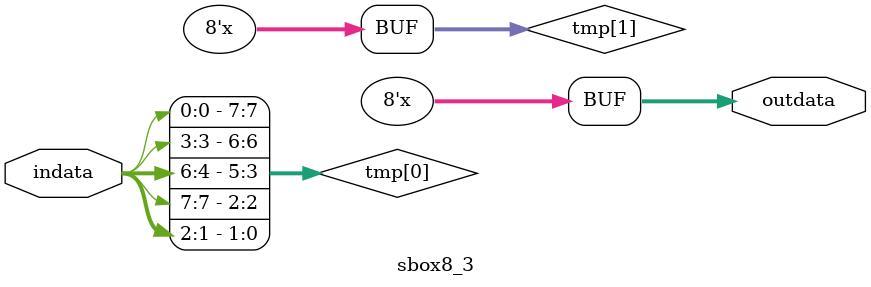
<source format=v>
module sbox8_0 
    (
        input wire [7:0] indata,
        output wire [7:0] outdata
    );
    //8-bit 
    localparam [0:63] sigma = {
        4'h1, 4'h0, 4'h5, 4'h3, 4'he, 4'h2, 4'hf, 4'h7,
        4'hd, 4'ha, 4'h9, 4'hb, 4'hc, 4'h8, 4'h4, 4'h6
    };

    localparam [0:24-1] pb_0 = {
        3'h4, 3'h1, 3'h6, 3'h3, 3'h0, 3'h5, 3'h2, 3'h7
    };
    wire [7:0] tmp [1:0];
    genvar i;
    generate
        for (i = 0; i < 8; i = i+1) begin: genoutdata
            assign tmp[0][7-i] = indata[7-pb_0[i*3+:3]];
            assign outdata[7-pb_0[i*3+:3]] = tmp[1][7-i];
        end
    endgenerate
    assign tmp[1][7:4] = sigma[tmp[0][7:4]*4+:4];
    assign tmp[1][3:0] = sigma[tmp[0][3:0]*4+:4];
endmodule

module sbox8_1
    (
        input wire [7:0] indata,
        output wire [7:0] outdata
    );
    //8-bit 
    localparam [0:63] sigma = {
        4'h1, 4'h0, 4'h5, 4'h3, 4'he, 4'h2, 4'hf, 4'h7,
        4'hd, 4'ha, 4'h9, 4'hb, 4'hc, 4'h8, 4'h4, 4'h6
    };

    localparam [0:24-1] pb_1 = {
        3'h1, 3'h6, 3'h7, 3'h0, 3'h5, 3'h2, 3'h3, 3'h4
    };
    wire [7:0] tmp [1:0];
    genvar i;
    generate
        for (i = 0; i < 8; i = i+1) begin: genoutdata
            assign tmp[0][7-i] = indata[7-pb_1[i*3+:3]];
            assign outdata[7-pb_1[i*3+:3]] = tmp[1][7-i];
        end
    endgenerate
    assign tmp[1][7:4] = sigma[tmp[0][7:4]*4+:4];
    assign tmp[1][3:0] = sigma[tmp[0][3:0]*4+:4];
endmodule

module sbox8_2
    (
        input wire [7:0] indata,
        output wire [7:0] outdata
    );
    //8-bit 
    localparam [0:63] sigma = {
        4'h1, 4'h0, 4'h5, 4'h3, 4'he, 4'h2, 4'hf, 4'h7,
        4'hd, 4'ha, 4'h9, 4'hb, 4'hc, 4'h8, 4'h4, 4'h6
    };

    localparam [0:24-1] pb_2 = {
        3'h2, 3'h3, 3'h4, 3'h1, 3'h6, 3'h7, 3'h0, 3'h5
    };
    wire [7:0] tmp [1:0];
    genvar i;
    generate
        for (i = 0; i < 8; i = i+1) begin: genoutdata
            assign tmp[0][7-i] = indata[7-pb_2[i*3+:3]];
            assign outdata[7-pb_2[i*3+:3]] = tmp[1][7-i];
        end
    endgenerate
    assign tmp[1][7:4] = sigma[tmp[0][7:4]*4+:4];
    assign tmp[1][3:0] = sigma[tmp[0][3:0]*4+:4];
endmodule

module sbox8_3 
    (
        input wire [7:0] indata,
        output wire [7:0] outdata
    );
    //8-bit 
    localparam [0:63] sigma = {
        4'h1, 4'h0, 4'h5, 4'h3, 4'he, 4'h2, 4'hf, 4'h7,
        4'hd, 4'ha, 4'h9, 4'hb, 4'hc, 4'h8, 4'h4, 4'h6
    };

    localparam [0:24-1] pb_3 = {
        3'h7, 3'h4, 3'h1, 3'h2, 3'h3, 3'h0, 3'h5, 3'h6
    };
    wire [7:0] tmp [1:0];
    genvar i;
    generate
        for (i = 0; i < 8; i = i+1) begin: genoutdata
            assign tmp[0][7-i] = indata[7-pb_3[i*3+:3]];
            assign outdata[7-pb_3[i*3+:3]] = tmp[1][7-i];
        end
    endgenerate
    assign tmp[1][7:4] = sigma[tmp[0][7:4]*4+:4];
    assign tmp[1][3:0] = sigma[tmp[0][3:0]*4+:4];
endmodule
</source>
